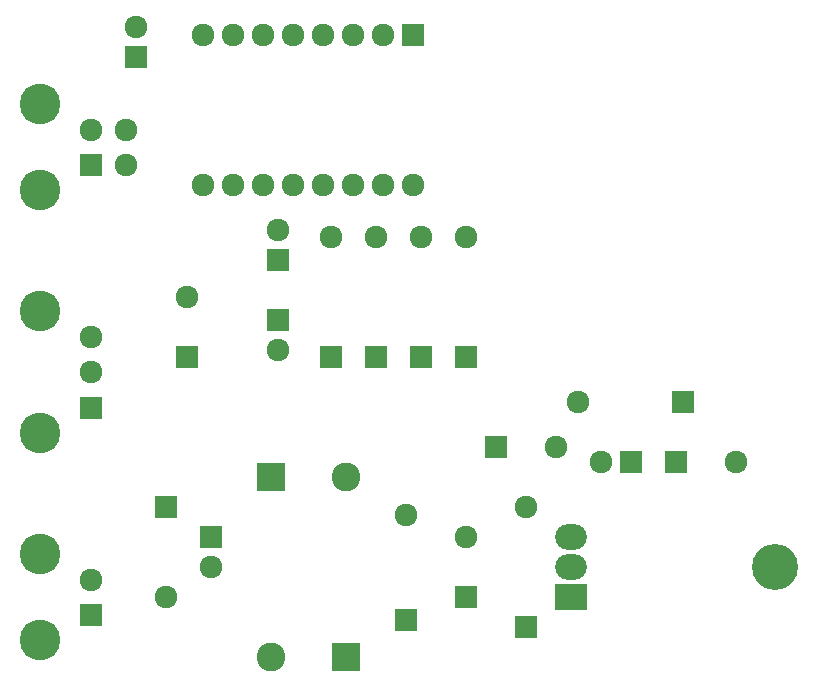
<source format=gbr>
G04 #@! TF.FileFunction,Soldermask,Top*
%FSLAX46Y46*%
G04 Gerber Fmt 4.6, Leading zero omitted, Abs format (unit mm)*
G04 Created by KiCad (PCBNEW 4.0.4-stable) date 07/19/17 07:42:17*
%MOMM*%
%LPD*%
G01*
G04 APERTURE LIST*
%ADD10C,0.100000*%
%ADD11R,1.924000X1.924000*%
%ADD12C,1.924000*%
%ADD13C,3.448000*%
%ADD14O,3.900000X3.900000*%
%ADD15O,2.686000X2.178000*%
%ADD16R,2.686000X2.178000*%
%ADD17R,2.432000X2.432000*%
%ADD18C,2.432000*%
G04 APERTURE END LIST*
D10*
D11*
X113030000Y-86820000D03*
D12*
X113030000Y-80820000D03*
D13*
X108710000Y-88980000D03*
X108710000Y-78660000D03*
D12*
X113030000Y-83820000D03*
D11*
X113030000Y-66270000D03*
D12*
X113030000Y-63270000D03*
D13*
X108710000Y-68430000D03*
X108710000Y-61110000D03*
D12*
X116030000Y-66270000D03*
X116030000Y-63270000D03*
D11*
X113030000Y-104370000D03*
D12*
X113030000Y-101370000D03*
D13*
X108710000Y-106530000D03*
X108710000Y-99210000D03*
D14*
X170965000Y-100330000D03*
D15*
X153670000Y-97790000D03*
X153670000Y-100330000D03*
D16*
X153670000Y-102870000D03*
D11*
X163195000Y-86360000D03*
D12*
X154305000Y-86360000D03*
D11*
X139700000Y-104775000D03*
D12*
X139700000Y-95885000D03*
X123190000Y-100330000D03*
D11*
X123190000Y-97790000D03*
D12*
X116840000Y-54610000D03*
D11*
X116840000Y-57150000D03*
X144780000Y-102870000D03*
D12*
X144780000Y-97790000D03*
D11*
X147320000Y-90170000D03*
D12*
X152400000Y-90170000D03*
X156210000Y-91440000D03*
D11*
X158750000Y-91440000D03*
D12*
X128905000Y-81915000D03*
D11*
X128905000Y-79375000D03*
D12*
X128905000Y-71755000D03*
D11*
X128905000Y-74295000D03*
X121158000Y-82550000D03*
D12*
X121158000Y-77470000D03*
D17*
X128270000Y-92710000D03*
D18*
X128270000Y-107950000D03*
D17*
X134620000Y-107950000D03*
D18*
X134620000Y-92710000D03*
D11*
X149860000Y-105410000D03*
D12*
X149860000Y-95250000D03*
D11*
X162560000Y-91440000D03*
D12*
X167640000Y-91440000D03*
D11*
X119380000Y-95250000D03*
D12*
X119380000Y-102870000D03*
D11*
X144780000Y-82550000D03*
D12*
X144780000Y-72390000D03*
D11*
X140970000Y-82550000D03*
D12*
X140970000Y-72390000D03*
D11*
X137160000Y-82550000D03*
D12*
X137160000Y-72390000D03*
D11*
X133350000Y-82550000D03*
D12*
X133350000Y-72390000D03*
D11*
X140335000Y-55245000D03*
D12*
X140335000Y-67945000D03*
X132715000Y-55245000D03*
X135255000Y-55245000D03*
X137795000Y-55245000D03*
X132715000Y-67945000D03*
X135255000Y-67945000D03*
X137795000Y-67945000D03*
X130175000Y-67945000D03*
X127635000Y-67945000D03*
X125095000Y-67945000D03*
X130175000Y-55245000D03*
X127635000Y-55245000D03*
X125095000Y-55245000D03*
X122555000Y-55245000D03*
X122555000Y-67945000D03*
M02*

</source>
